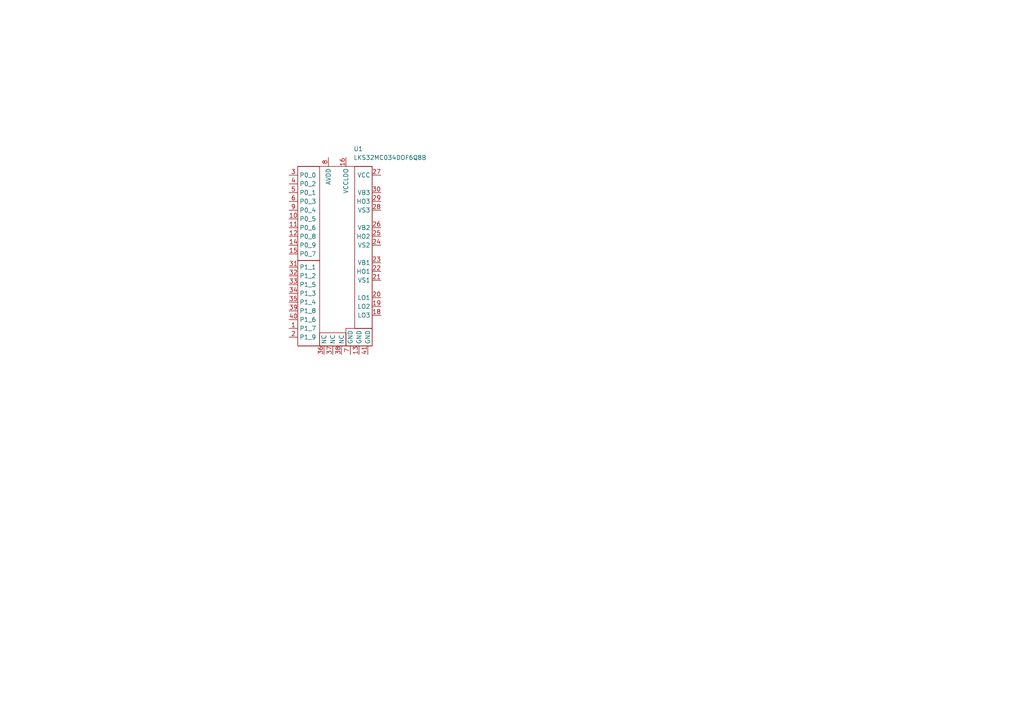
<source format=kicad_sch>
(kicad_sch (version 20231120) (generator "eeschema") (generator_version "8.0")
  (paper "A4")
  (lib_symbols
    (symbol "Missing_Symbols:LKS32MC034DOF6Q8B"
      (property "Reference" "U" (at 0 0 0))
      (property "Value" "LKS32MC034DOF6Q8B" (at -14.986 19.05 0))
      (symbol "LKS32MC034DOF6Q8B_0_1"
        (rectangle (start -10.16 -34.29) (end -3.81 -9.525))
        (rectangle (start -10.16 17.78) (end -3.81 -9.525))
        (rectangle (start -10.16 17.78) (end 11.43 -34.29))
        (rectangle (start -3.81 -30.48) (end 3.81 -34.29))
        (rectangle (start 3.81 -34.29) (end 11.43 -29.21))
        (rectangle (start 6.35 17.78) (end 11.43 -29.21))
      )
      (symbol "LKS32MC034DOF6Q8B_1_1"
        (pin input line (at -12.7 -29.21 0) (length 2.54) (name "P1_7") (number "1"))
        (pin input line (at -12.7 2.54 0) (length 2.54) (name "P0_5") (number "10"))
        (pin input line (at -12.7 0 0) (length 2.54) (name "P0_6") (number "11"))
        (pin input line (at -12.7 -2.54 0) (length 2.54) (name "P0_8") (number "12"))
        (pin power_in line (at 7.62 -36.83 90) (length 2.54) (name "GND") (number "13"))
        (pin input line (at -12.7 -5.08 0) (length 2.54) (name "P0_9") (number "14"))
        (pin input line (at -12.7 -7.62 0) (length 2.54) (name "P0_7") (number "15"))
        (pin power_in line (at 3.81 20.32 270) (length 2.54) (name "VCCLDO") (number "16"))
        (pin input line (at 13.97 -25.4 180) (length 2.54) (name "LO3") (number "18"))
        (pin input line (at 13.97 -22.86 180) (length 2.54) (name "LO2") (number "19"))
        (pin input line (at -12.7 -31.75 0) (length 2.54) (name "P1_9") (number "2"))
        (pin input line (at 13.97 -20.32 180) (length 2.54) (name "LO1") (number "20"))
        (pin input line (at 13.97 -15.24 180) (length 2.54) (name "VS1") (number "21"))
        (pin input line (at 13.97 -12.7 180) (length 2.54) (name "HO1") (number "22"))
        (pin input line (at 13.97 -10.16 180) (length 2.54) (name "VB1") (number "23"))
        (pin input line (at 13.97 -5.08 180) (length 2.54) (name "VS2") (number "24"))
        (pin input line (at 13.97 -2.54 180) (length 2.54) (name "HO2") (number "25"))
        (pin input line (at 13.97 0 180) (length 2.54) (name "VB2") (number "26"))
        (pin power_in line (at 13.97 15.24 180) (length 2.54) (name "VCC") (number "27"))
        (pin input line (at 13.97 5.08 180) (length 2.54) (name "VS3") (number "28"))
        (pin input line (at 13.97 7.62 180) (length 2.54) (name "HO3") (number "29"))
        (pin input line (at -12.7 15.24 0) (length 2.54) (name "P0_0") (number "3"))
        (pin input line (at 13.97 10.16 180) (length 2.54) (name "VB3") (number "30"))
        (pin input line (at -12.7 -11.43 0) (length 2.54) (name "P1_1") (number "31"))
        (pin input line (at -12.7 -13.97 0) (length 2.54) (name "P1_2") (number "32"))
        (pin input line (at -12.7 -16.51 0) (length 2.54) (name "P1_5") (number "33"))
        (pin input line (at -12.7 -19.05 0) (length 2.54) (name "P1_3") (number "34"))
        (pin input line (at -12.7 -21.59 0) (length 2.54) (name "P1_4") (number "35"))
        (pin input line (at -2.54 -36.83 90) (length 2.54) (name "NC") (number "36"))
        (pin input line (at 0 -36.83 90) (length 2.54) (name "NC") (number "37"))
        (pin input line (at 2.54 -36.83 90) (length 2.54) (name "NC") (number "38"))
        (pin input line (at -12.7 -24.13 0) (length 2.54) (name "P1_8") (number "39"))
        (pin input line (at -12.7 12.7 0) (length 2.54) (name "P0_2") (number "4"))
        (pin input line (at -12.7 -26.67 0) (length 2.54) (name "P1_6") (number "40"))
        (pin power_in line (at 10.16 -36.83 90) (length 2.54) (name "GND") (number "41"))
        (pin input line (at -12.7 10.16 0) (length 2.54) (name "P0_1") (number "5"))
        (pin input line (at -12.7 7.62 0) (length 2.54) (name "P0_3") (number "6"))
        (pin power_in line (at 5.08 -36.83 90) (length 2.54) (name "GND") (number "7"))
        (pin power_out line (at -1.27 20.32 270) (length 2.54) (name "AVDD") (number "8"))
        (pin input line (at -12.7 5.08 0) (length 2.54) (name "P0_4") (number "9"))
      )
    )
  )
  (symbol (lib_id "Missing_Symbols:LKS32MC034DOF6Q8B") (at 96.52 66.04 0) (unit 1)
    (property "Reference" "U1" (at 102.5241 43.18 0) (effects (justify left)))
    (property "Value" "LKS32MC034DOF6Q8B" (at 102.5241 45.72 0) (effects (justify left)))
    (property "Footprint" "Package_DFN_QFN:QFN-40-1EP_5x5mm_P0.4mm_EP3.6x3.6mm" (effects (hide yes)))
    (property "Datasheet" "https://wmsc.lcsc.com/wmsc/upload/file/pdf/v2/lcsc/2306211540_LINKOSEMI-LKS32MC034DOF6Q8B_C5362229.pdf" (effects (hide yes)))
    (property "Description" "ARM M0 MCU with integrated 6N gate drive" (effects (hide yes)))
    (property "LCSC" "C5362229" (effects (hide yes)))
  )
)
</source>
